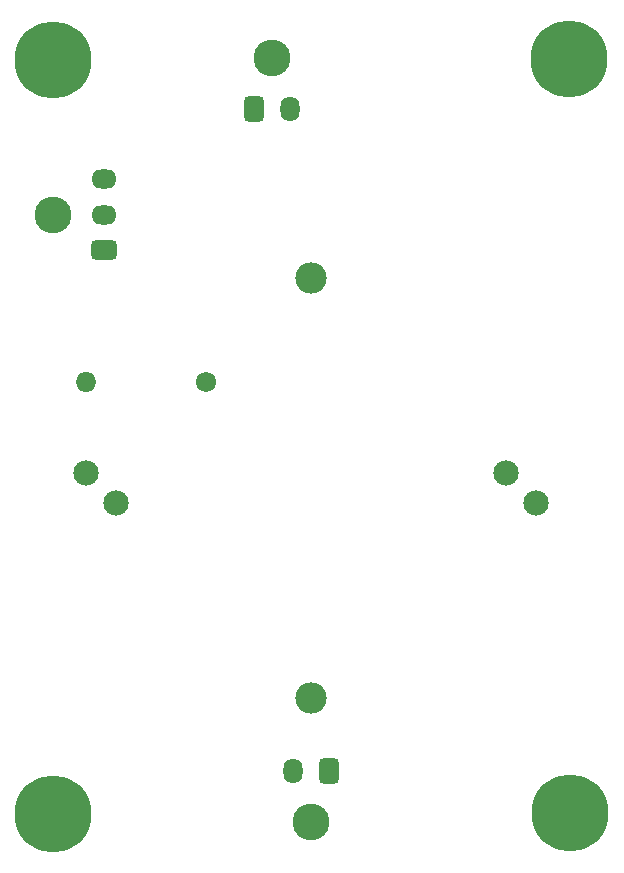
<source format=gbr>
%TF.GenerationSoftware,KiCad,Pcbnew,6.0.9-8da3e8f707~117~ubuntu20.04.1*%
%TF.CreationDate,2023-03-07T12:45:00-05:00*%
%TF.ProjectId,DCT_HV_Widget,4443545f-4856-45f5-9769-646765742e6b,rev?*%
%TF.SameCoordinates,Original*%
%TF.FileFunction,Soldermask,Bot*%
%TF.FilePolarity,Negative*%
%FSLAX46Y46*%
G04 Gerber Fmt 4.6, Leading zero omitted, Abs format (unit mm)*
G04 Created by KiCad (PCBNEW 6.0.9-8da3e8f707~117~ubuntu20.04.1) date 2023-03-07 12:45:00*
%MOMM*%
%LPD*%
G01*
G04 APERTURE LIST*
G04 Aperture macros list*
%AMRoundRect*
0 Rectangle with rounded corners*
0 $1 Rounding radius*
0 $2 $3 $4 $5 $6 $7 $8 $9 X,Y pos of 4 corners*
0 Add a 4 corners polygon primitive as box body*
4,1,4,$2,$3,$4,$5,$6,$7,$8,$9,$2,$3,0*
0 Add four circle primitives for the rounded corners*
1,1,$1+$1,$2,$3*
1,1,$1+$1,$4,$5*
1,1,$1+$1,$6,$7*
1,1,$1+$1,$8,$9*
0 Add four rect primitives between the rounded corners*
20,1,$1+$1,$2,$3,$4,$5,0*
20,1,$1+$1,$4,$5,$6,$7,0*
20,1,$1+$1,$6,$7,$8,$9,0*
20,1,$1+$1,$8,$9,$2,$3,0*%
G04 Aperture macros list end*
%ADD10C,6.520000*%
%ADD11C,1.720000*%
%ADD12O,1.720000X1.720000*%
%ADD13C,3.120000*%
%ADD14RoundRect,0.310001X0.499999X0.759999X-0.499999X0.759999X-0.499999X-0.759999X0.499999X-0.759999X0*%
%ADD15O,1.620000X2.140000*%
%ADD16RoundRect,0.310001X0.759999X-0.499999X0.759999X0.499999X-0.759999X0.499999X-0.759999X-0.499999X0*%
%ADD17O,2.140000X1.620000*%
%ADD18RoundRect,0.310001X-0.499999X-0.759999X0.499999X-0.759999X0.499999X0.759999X-0.499999X0.759999X0*%
%ADD19C,2.152000*%
%ADD20C,2.660000*%
G04 APERTURE END LIST*
D10*
%TO.C,H2*%
X182200000Y-74500000D03*
%TD*%
%TO.C,H1*%
X138525000Y-74600000D03*
%TD*%
%TO.C,H3*%
X138525000Y-138375000D03*
%TD*%
%TO.C,H4*%
X182300000Y-138300000D03*
%TD*%
D11*
%TO.C,R5*%
X151465000Y-101800000D03*
D12*
X141305000Y-101800000D03*
%TD*%
D13*
%TO.C,J3*%
X160325000Y-139100000D03*
D14*
X161825000Y-134780000D03*
D15*
X158825000Y-134780000D03*
%TD*%
D13*
%TO.C,J2*%
X138480000Y-87650000D03*
D16*
X142800000Y-90650000D03*
D17*
X142800000Y-87650000D03*
X142800000Y-84650000D03*
%TD*%
D13*
%TO.C,J1*%
X157050000Y-74400000D03*
D18*
X155550000Y-78720000D03*
D15*
X158550000Y-78720000D03*
%TD*%
D19*
%TO.C,U2*%
X141305000Y-109530000D03*
X143845000Y-112070000D03*
X176865000Y-109530000D03*
X179405000Y-112070000D03*
D20*
X160355000Y-93020000D03*
X160355000Y-128580000D03*
%TD*%
M02*

</source>
